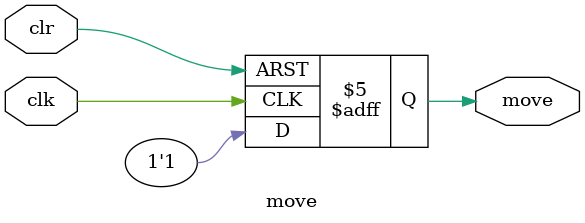
<source format=v>
`timescale 1ns / 1ps
module move(input clk,
				input clr,
				output reg move
    );

initial begin
	move = 0;
end	 

always @(posedge clk or posedge clr)
begin
	if (clr == 1) begin
		move = 0;
	end else if (clk == 1) begin
		move = 1;
	end 
end

endmodule

</source>
